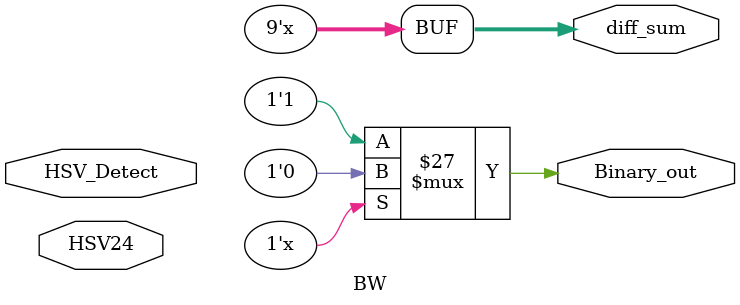
<source format=v>
`timescale 1ns / 1ps


module BW(
    input [23:0] HSV24,
    input [23:0] HSV_Detect,
    output reg Binary_out,
    output reg [8:0] diff_sum
    );
    
    reg [7:0] H_diff;
    reg [7:0] S_diff;
    reg [7:0] V_diff;
    
    always@(*) 
     begin
        // different for each channel
        // Hue
        if(HSV24[23:16] > HSV_Detect[23:16])
            H_diff <= HSV24[23:16] - HSV_Detect[23:16];
        else
            H_diff <= HSV_Detect[23:16] - HSV24[23:16];
        
        // Saturation
        if(HSV24[15:8] > HSV_Detect[15:8])
            S_diff <= HSV24[15:8] - HSV_Detect[15:8];
        else
            S_diff <= HSV_Detect[15:8] - HSV24[15:8];

        // Value
        if(HSV24[7:0] > HSV_Detect[7:0])
            V_diff <= HSV24[7:0] - HSV_Detect[7:0];
        else
            V_diff <= HSV_Detect[7:0] - HSV24[7:0];
        diff_sum <= H_diff/2 + S_diff/4 + V_diff/4;
        
        // threshold
        if(diff_sum > 24|| H_diff/2 > 9 || S_diff/4 > 15 || V_diff/4 >15)
            Binary_out <= 0;
        else
            Binary_out <= 1;
     end    
endmodule

</source>
